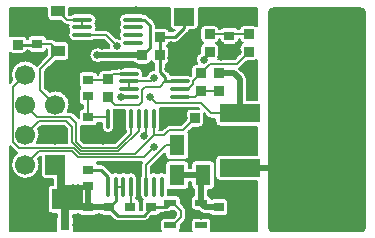
<source format=gtl>
G04 Layer: TopLayer*
G04 EasyEDA Pro v1.9.26, 2022-12-23 16:44:12*
G04 Gerber Generator version 0.3*
G04 Scale: 100 percent, Rotated: No, Reflected: No*
G04 Dimensions in millimeters*
G04 Leading zeros omitted, absolute positions, 3 integers and 3 decimals*
%FSLAX33Y33*%
%MOMM*%
%AMRoundRect*1,1,$1,$2,$3*1,1,$1,$4,$5*1,1,$1,0-$2,0-$3*1,1,$1,0-$4,0-$5*20,1,$1,$2,$3,$4,$5,0*20,1,$1,$4,$5,0-$2,0-$3,0*20,1,$1,0-$2,0-$3,0-$4,0-$5,0*20,1,$1,0-$4,0-$5,$2,$3,0*4,1,4,$2,$3,$4,$5,0-$2,0-$3,0-$4,0-$5,$2,$3,0*%
%ADD999C,0.2032*%
%ADD10C,0.0254*%
%ADD11RoundRect,0.762X-3.7465X9.144X3.7465X9.144*%
%ADD12R,3.399993X1.499997*%
%ADD13R,0.799998X0.899998*%
%ADD14O,0.343002X1.731493*%
%ADD15R,0.899998X0.799998*%
%ADD16R,0.806475X0.864006*%
%ADD17R,1.299997X1.799996*%
%ADD18R,1.3079X1.799996*%
%ADD19R,1.299997X1.799996*%
%ADD20R,0.999998X0.599999*%
%ADD21R,0.806475X0.864006*%
%ADD22R,0.864006X0.806475*%
%ADD23R,0.899998X0.799998*%
%ADD24R,0.864006X0.806475*%
%ADD25R,1.15001X0.950011*%
%ADD26R,1.699997X1.699997*%
%ADD27C,1.699997*%
%ADD28R,1.727987X1.485011*%
%ADD29R,1.485011X1.727987*%
%ADD30O,1.691996X0.364007*%
%ADD31C,0.635*%
%ADD32C,0.35052*%
%ADD33C,0.1524*%
%ADD34C,0.254*%
%ADD35C,0.508*%
G75*


G04 Copper Start*
G36*
G01X1891Y-19469D02*
G01X1891Y-12284D01*
G01X2360Y-12753D01*
G03X2495Y-12845I307J307D01*
G03X1967Y-13843I680J-998D01*
G03X3175Y-15051I1208J0D01*
G03X4383Y-13843I0J1208D01*
G03X4279Y-13353I-1208J0D01*
G01X4498Y-13134D01*
G01X4507D01*
G01Y-14693D01*
G03X4865Y-15051I358J0D01*
G01X5489D01*
G01Y-15542D01*
G01X5422D01*
G03X5064Y-15900I0J-358D01*
G01Y-17628D01*
G03X5422Y-17986I358J0D01*
G01X5866D01*
G01Y-18244D01*
G03X5784Y-18473I276J-229D01*
G01Y-19373D01*
G03X5797Y-19469I358J0D01*
G01X1891D01*
G37*
G36*
G01X1891Y-6893D02*
G01X1891Y-4363D01*
G03X2108Y-4436I217J285D01*
G01X2972D01*
G03X3321Y-4160I0J358D01*
G01X3411D01*
G03X3741Y-4379I330J138D01*
G01X4641D01*
G03X4997Y-4055I0J358D01*
G01X5036D01*
G01Y-4551D01*
G01X4138Y-5449D01*
G03X4119Y-5469I307J-307D01*
G03X3175Y-5015I-944J-754D01*
G03X1967Y-6223I0J-1208D01*
G03X2071Y-6713I1208J0D01*
G01X1891Y-6893D01*
G37*
G36*
G01X7706Y-9886D02*
G01X7304Y-9484D01*
G03X6997Y-9356I-307J-307D01*
G01X6767D01*
G03X6923Y-8763I-1052J593D01*
G03X5715Y-7555I-1208J0D01*
G03X5225Y-7659I0J-1208D01*
G01X4879Y-7313D01*
G01Y-5936D01*
G01X5750Y-5066D01*
G01X6544D01*
G03X6902Y-4707I0J358D01*
G01Y-3757D01*
G03X6544Y-3399I-358J0D01*
G01X5750D01*
G01X5665Y-3314D01*
G03X5358Y-3187I-307J-307D01*
G01X4997D01*
G03X4641Y-2863I-356J-34D01*
G01X3741D01*
G03X3384Y-3189I0J-358D01*
G01X3321D01*
G03X2972Y-2913I-349J-82D01*
G01X2108D01*
G03X1891Y-2986I0J-358D01*
G01Y-585D01*
G01X5036D01*
G01Y-1323D01*
G03X5394Y-1681I358J0D01*
G01X6188D01*
G01X6379Y-1872D01*
G03X6686Y-1999I307J307D01*
G01X6855D01*
G03X6810Y-2215I495J-216D01*
G03X6919Y-2540I540J0D01*
G03X6810Y-2865I431J-325D01*
G03X7350Y-3405I540J0D01*
G01X8678D01*
G03X8999Y-3299I0J540D01*
G01X9797D01*
G01X10249Y-3751D01*
G03X10246Y-3810I673J-59D01*
G03X10263Y-3960I676J0D01*
G01X9557D01*
G03X9271Y-3896I-286J-612D01*
G03X8595Y-4572I0J-676D01*
G03X9271Y-5248I676J0D01*
G03X9557Y-5184I0J676D01*
G01X12377D01*
G03X12686Y-5362I310J180D01*
G01X13493D01*
G03X13843Y-5079I0J358D01*
G03X14111Y-5353I350J75D01*
G01Y-5802D01*
G01X14097Y-5801D01*
G03X13433Y-6353I0J-676D01*
G01X13110D01*
G03X13155Y-6137I-495J216D01*
G03X12615Y-5597I-540J0D01*
G01X11287D01*
G03X10966Y-5703I0J-540D01*
G01X10636D01*
G03X10329Y-5830I0J-434D01*
G01X10307Y-5851D01*
G01X9728D01*
G03X9370Y-6209I0J-358D01*
G01Y-6232D01*
G01X9315D01*
G03X8959Y-5908I-356J-34D01*
G01X8059D01*
G03X7701Y-6266I0J-358D01*
G01Y-7066D01*
G03X7863Y-7366I358J0D01*
G03X7701Y-7666I196J-300D01*
G01Y-8466D01*
G03X8059Y-8824I358J0D01*
G01X8080D01*
G01Y-9083D01*
G01X8064D01*
G03X7706Y-9441I0J-358D01*
G01Y-9886D01*
G37*
G36*
G01X4153Y-12012D02*
G03X4383Y-11303I-978J709D01*
G03X4279Y-10813I-1208J0D01*
G01X4498Y-10594D01*
G01X6424D01*
G01X6678Y-10848D01*
G01Y-11938D01*
G03X6684Y-12012I434J0D01*
G01X4153D01*
G37*
G36*
G01X11206Y-3197D02*
G03X10922Y-3134I-284J-613D01*
G03X10863Y-3137I0J-676D01*
G01X10284Y-2558D01*
G03X9977Y-2431I-307J-307D01*
G01X9173D01*
G03X9218Y-2215I-495J216D01*
G03X9109Y-1890I-540J0D01*
G03X9218Y-1565I-431J325D01*
G03X8678Y-1025I-540J0D01*
G01X7350D01*
G03X7029Y-1131I0J-540D01*
G01X6902D01*
G01Y-585D01*
G01X15415D01*
G01Y-586D01*
G01Y-2071D01*
G03X15773Y-2429I358J0D01*
G01X15808D01*
G01X15674Y-2563D01*
G01X15386D01*
G03X15037Y-2287I-349J-82D01*
G01X14201D01*
G01Y-2032D01*
G03X14059Y-1689I-485J0D01*
G01X13592Y-1222D01*
G03X13249Y-1080I-343J-343D01*
G01X13208D01*
G03X12970Y-1025I-237J-485D01*
G01X11642D01*
G03X11102Y-1565I0J-540D01*
G03X11211Y-1890I540J0D01*
G03X11102Y-2215I431J-325D01*
G03X11211Y-2540I540J0D01*
G03X11102Y-2865I431J-325D01*
G03X11211Y-3190I540J0D01*
G01X11206Y-3197D01*
G37*
G36*
G01X7287Y-19469D02*
G03X7300Y-19373I-345J96D01*
G01Y-18473D01*
G03X7218Y-18244I-358J0D01*
G01Y-18073D01*
G01X7770D01*
G03X8059Y-18219I289J212D01*
G01X8959D01*
G03X9248Y-18073I0J358D01*
G01X9563D01*
G03X9840Y-18204I276J228D01*
G01X10362D01*
G01X10662Y-18504D01*
G03X11005Y-18646I343J343D01*
G01X13206D01*
G03X13549Y-18504I0J485D01*
G01X13850Y-18204D01*
G01X14291D01*
G03X14639Y-17931I0J358D01*
G01X15101D01*
G03X15444Y-17789I0J485D01*
G01X15489Y-17743D01*
G01X15732D01*
G01X15949Y-17960D01*
G01Y-18108D01*
G01X15730Y-18327D01*
G01X14962D01*
G03X14603Y-18685I0J-358D01*
G01Y-19285D01*
G03X14654Y-19469I358J0D01*
G01X7287D01*
G37*
G36*
G01X11687Y-11067D02*
G01X10742Y-12012D01*
G01X8181D01*
G01X7927Y-11758D01*
G01Y-10572D01*
G03X8064Y-10599I137J331D01*
G01X8964D01*
G03X9321Y-10275I0J358D01*
G01X9641D01*
G01Y-10655D01*
G03X10171Y-11185I530J0D01*
G03X10701Y-10655I0J530D01*
G01Y-9267D01*
G03X10694Y-9183I-530J0D01*
G03X10804Y-9197I110J420D01*
G01X11596D01*
G03X11591Y-9267I525J-70D01*
G01Y-10655D01*
G03X11687Y-10959I530J0D01*
G01Y-11067D01*
G37*
G36*
G01X13032Y-17649D02*
G01X13005Y-17676D01*
G01X12873D01*
G01Y-17045D01*
G03X12556Y-16690I-358J0D01*
G03X12651Y-16387I-435J303D01*
G01Y-14999D01*
G03X12121Y-14469I-530J0D01*
G03X11796Y-14580I0J-530D01*
G03X11471Y-14469I-325J-418D01*
G03X11146Y-14580I0J-530D01*
G03X10821Y-14469I-325J-418D01*
G03X10537Y-14551I0J-530D01*
G03X10514Y-14527I-366J-318D01*
G01X9930Y-13943D01*
G03X9587Y-13801I-343J-343D01*
G01X9312D01*
G03X9227Y-13642I-348J-85D01*
G01X13060D01*
G03X12987Y-13884I361J-242D01*
G01Y-14695D01*
G03X12891Y-14999I434J-303D01*
G01Y-16387D01*
G03X13114Y-16818I530J0D01*
G03X13032Y-17045I277J-227D01*
G01Y-17649D01*
G37*
G36*
G01X17204Y-19285D02*
G03X17255Y-19469I358J0D01*
G01X16269D01*
G03X16320Y-19285I-307J184D01*
G01Y-18966D01*
G01X16690Y-18595D01*
G03X16817Y-18288I-307J307D01*
G01Y-17780D01*
G03X16690Y-17473I-434J0D01*
G01X16320Y-17102D01*
G01Y-16785D01*
G03X15962Y-16427I-358J0D01*
G01X15249D01*
G03X15251Y-16387I-528J40D01*
G01Y-15960D01*
G03X15395Y-15990I144J328D01*
G01X16695D01*
G03X17053Y-15632I0J358D01*
G01Y-15344D01*
G01X17237D01*
G01Y-15632D01*
G03X17450Y-15959I358J0D01*
G01Y-16445D01*
G03X17204Y-16785I112J-340D01*
G01Y-17385D01*
G03X17562Y-17743I358J0D01*
G01X17854D01*
G01X17990Y-17878D01*
G03X18422Y-18058I433J433D01*
G01X18817D01*
G03X19106Y-18204I289J212D01*
G01X20006D01*
G03X20364Y-17845I0J358D01*
G01Y-17045D01*
G03X20006Y-16687I-358J0D01*
G01X19106D01*
G03X18917Y-16741I0J-358D01*
G03X18674Y-16445I-355J-44D01*
G01Y-15990D01*
G01X18895D01*
G03X19253Y-15632I0J358D01*
G01Y-13832D01*
G03X18895Y-13474I-358J0D01*
G01X17595D01*
G03X17237Y-13832I0J-358D01*
G01Y-14120D01*
G01X17053D01*
G01Y-13832D01*
G03X16695Y-13474I-358J0D01*
G01X15395D01*
G03X15037Y-13832I0J-358D01*
G01Y-14573D01*
G03X14721Y-14469I-316J-425D01*
G03X14396Y-14580I0J-530D01*
G03X14071Y-14469I-325J-418D01*
G03X13855Y-14515I0J-530D01*
G01Y-14064D01*
G01X15037Y-12882D01*
G01Y-13092D01*
G03X15395Y-13450I358J0D01*
G01X16695D01*
G03X17053Y-13092I0J358D01*
G01Y-11292D01*
G03X16972Y-11065I-358J0D01*
G01X17341Y-10696D01*
G01X17921D01*
G03X18279Y-10338I0J358D01*
G01Y-9495D01*
G01X18597Y-9813D01*
G03X18904Y-9940I307J307D01*
G01X19278D01*
G01Y-10256D01*
G03X19636Y-10614I358J0D01*
G01X22758D01*
G01Y-13008D01*
G01X19636D01*
G03X19278Y-13366I0J-358D01*
G01Y-14866D01*
G03X19636Y-15224I358J0D01*
G01X22758D01*
G01Y-19469D01*
G01X18869D01*
G03X18920Y-19285I-307J184D01*
G01Y-18685D01*
G03X18562Y-18327I-358J0D01*
G01X17562D01*
G03X17204Y-18685I0J-358D01*
G01Y-19285D01*
G37*
G36*
G01X15060Y-10615D02*
G01X14756Y-10919D01*
G01X14530D01*
G03X14601Y-10655I-459J264D01*
G01Y-9267D01*
G03X14563Y-9070I-530J0D01*
G01X17854D01*
G01X17900Y-9116D01*
G01X17114D01*
G03X16756Y-9474I0J-358D01*
G01Y-10053D01*
G01X16321Y-10488D01*
G01X15367D01*
G03X15060Y-10615I0J-434D01*
G37*
G36*
G01X17195Y-6330D02*
G03X16907Y-6247I-288J-457D01*
G01X15579D01*
G03X15502Y-6252I0J-540D01*
G03X15385Y-6063I-460J-154D01*
G01X15082Y-5759D01*
G01Y-5353D01*
G03X15358Y-5004I-82J349D01*
G01Y-4140D01*
G03X15115Y-3801I-358J0D01*
G03X15386Y-3533I-78J350D01*
G01X15875D01*
G03X16218Y-3391I0J485D01*
G01X16980Y-2629D01*
G03X17101Y-2429I-343J343D01*
G01X17501D01*
G03X17859Y-2071I0J358D01*
G01Y-586D01*
G01Y-585D01*
G01X22758D01*
G01Y-2124D01*
G03X22530Y-2041I-228J-276D01*
G01X21666D01*
G03X21309Y-2368I0J-358D01*
G01X21225D01*
G03X20897Y-2154I-328J-143D01*
G01X19997D01*
G03X19669Y-2368I0J-358D01*
G01X19585D01*
G03X19228Y-2041I-357J-31D01*
G01X18364D01*
G03X18006Y-2399I0J-358D01*
G01Y-3206D01*
G03X18289Y-3556I358J0D01*
G03X18006Y-3906I75J-350D01*
G01Y-4339D01*
G03X17612Y-4953I282J-614D01*
G03X17736Y-5343I676J0D01*
G01X17602D01*
G03X17244Y-5701I0J-358D01*
G01Y-6281D01*
G01X17195Y-6330D01*
G37*
G36*
G01X19533Y-4900D02*
G03X19586Y-4713I-305J187D01*
G01Y-3906D01*
G03X19303Y-3556I-358J0D01*
G03X19585Y-3237I-75J350D01*
G01X19639D01*
G01Y-3312D01*
G03X19997Y-3670I358J0D01*
G01X20897D01*
G03X21255Y-3312I0J358D01*
G01Y-3237D01*
G01X21309D01*
G03X21591Y-3556I357J31D01*
G03X21308Y-3906I75J-350D01*
G01Y-4485D01*
G01X20893Y-4900D01*
G01X19533D01*
G37*
G36*
G01X22758Y-4988D02*
G01X22758Y-8398D01*
G01X21948D01*
G01Y-6604D01*
G03X21769Y-6171I-612J0D01*
G01X21301Y-5704D01*
G03X21380Y-5641I-228J370D01*
G01X21951Y-5071D01*
G01X22530D01*
G03X22758Y-4988I0J358D01*
G37*
G54D999*
G01X1891Y-19469D02*
G01X1891Y-12284D01*
G01X2360Y-12753D01*
G03X2495Y-12845I307J307D01*
G03X1967Y-13843I680J-998D01*
G03X3175Y-15051I1208J0D01*
G03X4383Y-13843I0J1208D01*
G03X4279Y-13353I-1208J0D01*
G01X4498Y-13134D01*
G01X4507D01*
G01Y-14693D01*
G03X4865Y-15051I358J0D01*
G01X5489D01*
G01Y-15542D01*
G01X5422D01*
G03X5064Y-15900I0J-358D01*
G01Y-17628D01*
G03X5422Y-17986I358J0D01*
G01X5866D01*
G01Y-18244D01*
G03X5784Y-18473I276J-229D01*
G01Y-19373D01*
G03X5797Y-19469I358J0D01*
G01X1891D01*
G01X1891Y-6893D02*
G01X1891Y-4363D01*
G03X2108Y-4436I217J285D01*
G01X2972D01*
G03X3321Y-4160I0J358D01*
G01X3411D01*
G03X3741Y-4379I330J138D01*
G01X4641D01*
G03X4997Y-4055I0J358D01*
G01X5036D01*
G01Y-4551D01*
G01X4138Y-5449D01*
G03X4119Y-5469I307J-307D01*
G03X3175Y-5015I-944J-754D01*
G03X1967Y-6223I0J-1208D01*
G03X2071Y-6713I1208J0D01*
G01X1891Y-6893D01*
G01X7706Y-9886D02*
G01X7304Y-9484D01*
G03X6997Y-9356I-307J-307D01*
G01X6767D01*
G03X6923Y-8763I-1052J593D01*
G03X5715Y-7555I-1208J0D01*
G03X5225Y-7659I0J-1208D01*
G01X4879Y-7313D01*
G01Y-5936D01*
G01X5750Y-5066D01*
G01X6544D01*
G03X6902Y-4707I0J358D01*
G01Y-3757D01*
G03X6544Y-3399I-358J0D01*
G01X5750D01*
G01X5665Y-3314D01*
G03X5358Y-3187I-307J-307D01*
G01X4997D01*
G03X4641Y-2863I-356J-34D01*
G01X3741D01*
G03X3384Y-3189I0J-358D01*
G01X3321D01*
G03X2972Y-2913I-349J-82D01*
G01X2108D01*
G03X1891Y-2986I0J-358D01*
G01Y-585D01*
G01X5036D01*
G01Y-1323D01*
G03X5394Y-1681I358J0D01*
G01X6188D01*
G01X6379Y-1872D01*
G03X6686Y-1999I307J307D01*
G01X6855D01*
G03X6810Y-2215I495J-216D01*
G03X6919Y-2540I540J0D01*
G03X6810Y-2865I431J-325D01*
G03X7350Y-3405I540J0D01*
G01X8678D01*
G03X8999Y-3299I0J540D01*
G01X9797D01*
G01X10249Y-3751D01*
G03X10246Y-3810I673J-59D01*
G03X10263Y-3960I676J0D01*
G01X9557D01*
G03X9271Y-3896I-286J-612D01*
G03X8595Y-4572I0J-676D01*
G03X9271Y-5248I676J0D01*
G03X9557Y-5184I0J676D01*
G01X12377D01*
G03X12686Y-5362I310J180D01*
G01X13493D01*
G03X13843Y-5079I0J358D01*
G03X14111Y-5353I350J75D01*
G01Y-5802D01*
G01X14097Y-5801D01*
G03X13433Y-6353I0J-676D01*
G01X13110D01*
G03X13155Y-6137I-495J216D01*
G03X12615Y-5597I-540J0D01*
G01X11287D01*
G03X10966Y-5703I0J-540D01*
G01X10636D01*
G03X10329Y-5830I0J-434D01*
G01X10307Y-5851D01*
G01X9728D01*
G03X9370Y-6209I0J-358D01*
G01Y-6232D01*
G01X9315D01*
G03X8959Y-5908I-356J-34D01*
G01X8059D01*
G03X7701Y-6266I0J-358D01*
G01Y-7066D01*
G03X7863Y-7366I358J0D01*
G03X7701Y-7666I196J-300D01*
G01Y-8466D01*
G03X8059Y-8824I358J0D01*
G01X8080D01*
G01Y-9083D01*
G01X8064D01*
G03X7706Y-9441I0J-358D01*
G01Y-9886D01*
G01X4153Y-12012D02*
G03X4383Y-11303I-978J709D01*
G03X4279Y-10813I-1208J0D01*
G01X4498Y-10594D01*
G01X6424D01*
G01X6678Y-10848D01*
G01Y-11938D01*
G03X6684Y-12012I434J0D01*
G01X4153D01*
G01X11206Y-3197D02*
G03X10922Y-3134I-284J-613D01*
G03X10863Y-3137I0J-676D01*
G01X10284Y-2558D01*
G03X9977Y-2431I-307J-307D01*
G01X9173D01*
G03X9218Y-2215I-495J216D01*
G03X9109Y-1890I-540J0D01*
G03X9218Y-1565I-431J325D01*
G03X8678Y-1025I-540J0D01*
G01X7350D01*
G03X7029Y-1131I0J-540D01*
G01X6902D01*
G01Y-585D01*
G01X15415D01*
G01Y-586D01*
G01Y-2071D01*
G03X15773Y-2429I358J0D01*
G01X15808D01*
G01X15674Y-2563D01*
G01X15386D01*
G03X15037Y-2287I-349J-82D01*
G01X14201D01*
G01Y-2032D01*
G03X14059Y-1689I-485J0D01*
G01X13592Y-1222D01*
G03X13249Y-1080I-343J-343D01*
G01X13208D01*
G03X12970Y-1025I-237J-485D01*
G01X11642D01*
G03X11102Y-1565I0J-540D01*
G03X11211Y-1890I540J0D01*
G03X11102Y-2215I431J-325D01*
G03X11211Y-2540I540J0D01*
G03X11102Y-2865I431J-325D01*
G03X11211Y-3190I540J0D01*
G01X11206Y-3197D01*
G01X7287Y-19469D02*
G03X7300Y-19373I-345J96D01*
G01Y-18473D01*
G03X7218Y-18244I-358J0D01*
G01Y-18073D01*
G01X7770D01*
G03X8059Y-18219I289J212D01*
G01X8959D01*
G03X9248Y-18073I0J358D01*
G01X9563D01*
G03X9840Y-18204I276J228D01*
G01X10362D01*
G01X10662Y-18504D01*
G03X11005Y-18646I343J343D01*
G01X13206D01*
G03X13549Y-18504I0J485D01*
G01X13850Y-18204D01*
G01X14291D01*
G03X14639Y-17931I0J358D01*
G01X15101D01*
G03X15444Y-17789I0J485D01*
G01X15489Y-17743D01*
G01X15732D01*
G01X15949Y-17960D01*
G01Y-18108D01*
G01X15730Y-18327D01*
G01X14962D01*
G03X14603Y-18685I0J-358D01*
G01Y-19285D01*
G03X14654Y-19469I358J0D01*
G01X7287D01*
G01X11687Y-11067D02*
G01X10742Y-12012D01*
G01X8181D01*
G01X7927Y-11758D01*
G01Y-10572D01*
G03X8064Y-10599I137J331D01*
G01X8964D01*
G03X9321Y-10275I0J358D01*
G01X9641D01*
G01Y-10655D01*
G03X10171Y-11185I530J0D01*
G03X10701Y-10655I0J530D01*
G01Y-9267D01*
G03X10694Y-9183I-530J0D01*
G03X10804Y-9197I110J420D01*
G01X11596D01*
G03X11591Y-9267I525J-70D01*
G01Y-10655D01*
G03X11687Y-10959I530J0D01*
G01Y-11067D01*
G01X13032Y-17649D02*
G01X13005Y-17676D01*
G01X12873D01*
G01Y-17045D01*
G03X12556Y-16690I-358J0D01*
G03X12651Y-16387I-435J303D01*
G01Y-14999D01*
G03X12121Y-14469I-530J0D01*
G03X11796Y-14580I0J-530D01*
G03X11471Y-14469I-325J-418D01*
G03X11146Y-14580I0J-530D01*
G03X10821Y-14469I-325J-418D01*
G03X10537Y-14551I0J-530D01*
G03X10514Y-14527I-366J-318D01*
G01X9930Y-13943D01*
G03X9587Y-13801I-343J-343D01*
G01X9312D01*
G03X9227Y-13642I-348J-85D01*
G01X13060D01*
G03X12987Y-13884I361J-242D01*
G01Y-14695D01*
G03X12891Y-14999I434J-303D01*
G01Y-16387D01*
G03X13114Y-16818I530J0D01*
G03X13032Y-17045I277J-227D01*
G01Y-17649D01*
G01X17204Y-19285D02*
G03X17255Y-19469I358J0D01*
G01X16269D01*
G03X16320Y-19285I-307J184D01*
G01Y-18966D01*
G01X16690Y-18595D01*
G03X16817Y-18288I-307J307D01*
G01Y-17780D01*
G03X16690Y-17473I-434J0D01*
G01X16320Y-17102D01*
G01Y-16785D01*
G03X15962Y-16427I-358J0D01*
G01X15249D01*
G03X15251Y-16387I-528J40D01*
G01Y-15960D01*
G03X15395Y-15990I144J328D01*
G01X16695D01*
G03X17053Y-15632I0J358D01*
G01Y-15344D01*
G01X17237D01*
G01Y-15632D01*
G03X17450Y-15959I358J0D01*
G01Y-16445D01*
G03X17204Y-16785I112J-340D01*
G01Y-17385D01*
G03X17562Y-17743I358J0D01*
G01X17854D01*
G01X17990Y-17878D01*
G03X18422Y-18058I433J433D01*
G01X18817D01*
G03X19106Y-18204I289J212D01*
G01X20006D01*
G03X20364Y-17845I0J358D01*
G01Y-17045D01*
G03X20006Y-16687I-358J0D01*
G01X19106D01*
G03X18917Y-16741I0J-358D01*
G03X18674Y-16445I-355J-44D01*
G01Y-15990D01*
G01X18895D01*
G03X19253Y-15632I0J358D01*
G01Y-13832D01*
G03X18895Y-13474I-358J0D01*
G01X17595D01*
G03X17237Y-13832I0J-358D01*
G01Y-14120D01*
G01X17053D01*
G01Y-13832D01*
G03X16695Y-13474I-358J0D01*
G01X15395D01*
G03X15037Y-13832I0J-358D01*
G01Y-14573D01*
G03X14721Y-14469I-316J-425D01*
G03X14396Y-14580I0J-530D01*
G03X14071Y-14469I-325J-418D01*
G03X13855Y-14515I0J-530D01*
G01Y-14064D01*
G01X15037Y-12882D01*
G01Y-13092D01*
G03X15395Y-13450I358J0D01*
G01X16695D01*
G03X17053Y-13092I0J358D01*
G01Y-11292D01*
G03X16972Y-11065I-358J0D01*
G01X17341Y-10696D01*
G01X17921D01*
G03X18279Y-10338I0J358D01*
G01Y-9495D01*
G01X18597Y-9813D01*
G03X18904Y-9940I307J307D01*
G01X19278D01*
G01Y-10256D01*
G03X19636Y-10614I358J0D01*
G01X22758D01*
G01Y-13008D01*
G01X19636D01*
G03X19278Y-13366I0J-358D01*
G01Y-14866D01*
G03X19636Y-15224I358J0D01*
G01X22758D01*
G01Y-19469D01*
G01X18869D01*
G03X18920Y-19285I-307J184D01*
G01Y-18685D01*
G03X18562Y-18327I-358J0D01*
G01X17562D01*
G03X17204Y-18685I0J-358D01*
G01Y-19285D01*
G01X15060Y-10615D02*
G01X14756Y-10919D01*
G01X14530D01*
G03X14601Y-10655I-459J264D01*
G01Y-9267D01*
G03X14563Y-9070I-530J0D01*
G01X17854D01*
G01X17900Y-9116D01*
G01X17114D01*
G03X16756Y-9474I0J-358D01*
G01Y-10053D01*
G01X16321Y-10488D01*
G01X15367D01*
G03X15060Y-10615I0J-434D01*
G01X17195Y-6330D02*
G03X16907Y-6247I-288J-457D01*
G01X15579D01*
G03X15502Y-6252I0J-540D01*
G03X15385Y-6063I-460J-154D01*
G01X15082Y-5759D01*
G01Y-5353D01*
G03X15358Y-5004I-82J349D01*
G01Y-4140D01*
G03X15115Y-3801I-358J0D01*
G03X15386Y-3533I-78J350D01*
G01X15875D01*
G03X16218Y-3391I0J485D01*
G01X16980Y-2629D01*
G03X17101Y-2429I-343J343D01*
G01X17501D01*
G03X17859Y-2071I0J358D01*
G01Y-586D01*
G01Y-585D01*
G01X22758D01*
G01Y-2124D01*
G03X22530Y-2041I-228J-276D01*
G01X21666D01*
G03X21309Y-2368I0J-358D01*
G01X21225D01*
G03X20897Y-2154I-328J-143D01*
G01X19997D01*
G03X19669Y-2368I0J-358D01*
G01X19585D01*
G03X19228Y-2041I-357J-31D01*
G01X18364D01*
G03X18006Y-2399I0J-358D01*
G01Y-3206D01*
G03X18289Y-3556I358J0D01*
G03X18006Y-3906I75J-350D01*
G01Y-4339D01*
G03X17612Y-4953I282J-614D01*
G03X17736Y-5343I676J0D01*
G01X17602D01*
G03X17244Y-5701I0J-358D01*
G01Y-6281D01*
G01X17195Y-6330D01*
G01X19533Y-4900D02*
G03X19586Y-4713I-305J187D01*
G01Y-3906D01*
G03X19303Y-3556I-358J0D01*
G03X19585Y-3237I-75J350D01*
G01X19639D01*
G01Y-3312D01*
G03X19997Y-3670I358J0D01*
G01X20897D01*
G03X21255Y-3312I0J358D01*
G01Y-3237D01*
G01X21309D01*
G03X21591Y-3556I357J31D01*
G03X21308Y-3906I75J-350D01*
G01Y-4485D01*
G01X20893Y-4900D01*
G01X19533D01*
G01X22758Y-4988D02*
G01X22758Y-8398D01*
G01X21948D01*
G01Y-6604D01*
G03X21769Y-6171I-612J0D01*
G01X21301Y-5704D01*
G03X21380Y-5641I-228J370D01*
G01X21951Y-5071D01*
G01X22530D01*
G03X22758Y-4988I0J358D01*
G04 Copper End*

G04 PolygonModel Start*
G36*
G01X6165Y-15555D02*
G01X7965Y-15555D01*
G01Y-17461D01*
G01X6862D01*
G01X6165Y-16764D01*
G01Y-15555D01*
G37*
G54D10*
G01X6165Y-15555D02*
G01X7965Y-15555D01*
G01Y-17461D01*
G01X6862D01*
G01X6165Y-16764D01*
G01Y-15555D01*
G04 PolygonModel End*

G04 Pad Start*
G54D11*
G01X27877Y-10033D03*
G54D12*
G01X21336Y-9506D03*
G01X21336Y-14116D03*
G54D13*
G01X6542Y-18923D03*
G01X5142Y-18923D03*
G54D14*
G01X10171Y-15693D03*
G01X10821Y-15693D03*
G01X11471Y-15693D03*
G01X12121Y-15693D03*
G01X12771Y-15693D03*
G01X13421Y-15693D03*
G01X14071Y-15693D03*
G01X14721Y-15693D03*
G01X10171Y-9961D03*
G01X10821Y-9961D03*
G01X11471Y-9961D03*
G01X12121Y-9961D03*
G01X12771Y-9961D03*
G01X13421Y-9961D03*
G01X14071Y-9961D03*
G01X14721Y-9961D03*
G54D15*
G01X8514Y-14286D03*
G01X8514Y-15686D03*
G01X10290Y-17445D03*
G01X10290Y-18846D03*
G01X12065Y-17445D03*
G01X12065Y-18846D03*
G01X8514Y-9841D03*
G01X8514Y-11241D03*
G54D16*
G01X17517Y-9906D03*
G01X16011Y-9906D03*
G54D17*
G01X16045Y-14732D03*
G54D19*
G01X16045Y-12192D03*
G54D17*
G01X18245Y-12192D03*
G01X18245Y-14732D03*
G54D20*
G01X18062Y-17085D03*
G01X18062Y-18985D03*
G01X15462Y-18985D03*
G01X15462Y-18035D03*
G01X15462Y-17085D03*
G54D15*
G01X19556Y-17445D03*
G01X19556Y-18846D03*
G01X13841Y-17445D03*
G01X13841Y-18846D03*
G54D21*
G01X13090Y-4572D03*
G01X14596Y-4572D03*
G54D22*
G01X14605Y-3048D03*
G01X14605Y-1541D03*
G54D23*
G01X8509Y-8066D03*
G01X8509Y-6666D03*
G54D24*
G01X10160Y-6613D03*
G01X10160Y-8119D03*
G01X18796Y-2803D03*
G01X18796Y-4309D03*
G54D22*
G01X22098Y-4309D03*
G01X22098Y-2803D03*
G01X18034Y-7611D03*
G01X18034Y-6105D03*
G54D24*
G01X19558Y-6105D03*
G01X19558Y-7611D03*
G54D25*
G01X5969Y-848D03*
G01X5969Y-4232D03*
G54D22*
G01X2540Y-3674D03*
G01X2540Y-2168D03*
G54D23*
G01X4191Y-3621D03*
G01X4191Y-2221D03*
G54D26*
G01X5715Y-13843D03*
G54D27*
G01X3175Y-13843D03*
G01X5715Y-11303D03*
G01X3175Y-11303D03*
G01X5715Y-8763D03*
G01X3175Y-8763D03*
G01X5715Y-6223D03*
G01X3175Y-6223D03*
G54D23*
G01X8509Y-18861D03*
G01X8509Y-17461D03*
G54D28*
G01X16637Y-1328D03*
G01X16637Y-4514D03*
G54D29*
G01X6165Y-16764D03*
G01X2979Y-16764D03*
G54D30*
G01X16243Y-8087D03*
G01X16243Y-7437D03*
G01X16243Y-6787D03*
G01X16243Y-6137D03*
G01X11951Y-8087D03*
G01X11951Y-7437D03*
G01X11951Y-6787D03*
G01X11951Y-6137D03*
G01X8014Y-1565D03*
G01X8014Y-2215D03*
G01X8014Y-2865D03*
G01X8014Y-3515D03*
G01X12306Y-1565D03*
G01X12306Y-2215D03*
G01X12306Y-2865D03*
G01X12306Y-3515D03*
G54D15*
G01X20447Y-2912D03*
G01X20447Y-4312D03*
G04 Pad End*

G04 Via Start*
G54D31*
G01X14097Y-6477D03*
G01X18288Y-4953D03*
G01X13716Y-8128D03*
G01X10922Y-3810D03*
G01X14097Y-12319D03*
G01X13208Y-11430D03*
G01X7239Y-16235D03*
G01X7239Y-16637D03*
G01X7239Y-15833D03*
G01X7620Y-15833D03*
G01X7620Y-16235D03*
G01X7620Y-16637D03*
G01X9271Y-4572D03*
G01X11303Y-8128D03*
G01X2667Y-889D03*
G01X4191Y-1016D03*
G01X9779Y-2159D03*
G01X10795Y-2540D03*
G01X12573Y-762D03*
G01X13589Y-889D03*
G01X18669Y-1778D03*
G01X20447Y-1778D03*
G01X22352Y-1651D03*
G01X21336Y-1016D03*
G01X19558Y-1016D03*
G01X22098Y-5588D03*
G01X22352Y-7366D03*
G01X19812Y-12446D03*
G01X19685Y-11049D03*
G01X21082Y-11684D03*
G01X22352Y-10922D03*
G01X22352Y-12573D03*
G01X19558Y-16256D03*
G01X21082Y-16002D03*
G01X22352Y-16891D03*
G01X21209Y-17399D03*
G01X21082Y-18796D03*
G01X22225Y-18161D03*
G01X16762Y-16885D03*
G01X16891Y-19177D03*
G01X18034Y-18161D03*
G01X4064Y-18923D03*
G01X2540Y-18923D03*
G01X3302Y-18415D03*
G01X4572Y-17499D03*
G01X4699Y-15875D03*
G01X6604Y-7493D03*
G01X9017Y-5715D03*
G01X10033Y-5461D03*
G01X11303Y-5461D03*
G01X13462Y-5842D03*
G01X2286Y-4699D03*
G01X3429Y-4699D03*
G01X4318Y-4699D03*
G01X7493Y-4699D03*
G01X9652Y-3810D03*
G01X11049Y-14097D03*
G01X12319Y-14097D03*
G01X14605Y-13970D03*
G01X7494Y-18920D03*
G01X9398Y-18923D03*
G01X11176Y-18923D03*
G01X12954Y-18923D03*
G01X14545Y-18275D03*
G01X7620Y-18288D03*
G01X9398Y-18288D03*
G01X15240Y-9906D03*
G01X16637Y-9271D03*
G01X16637Y-9906D03*
G01X15240Y-9398D03*
G01X11176Y-11049D03*
G01X10668Y-11557D03*
G01X9779Y-11811D03*
G01X9398Y-11049D03*
G01X9219Y-11637D03*
G01X17145Y-3302D03*
G01X17653Y-2667D03*
G01X17780Y-3429D03*
G01X15494Y-3683D03*
G01X15494Y-4826D03*
G01X15240Y-5715D03*
G01X16256Y-5588D03*
G01X16891Y-5461D03*
G01X19732Y-3736D03*
G01X21151Y-3743D03*
G01X19732Y-4707D03*
G01X21151Y-4307D03*
G54D32*
G01X24765Y-17907D03*
G01X26765Y-17907D03*
G01X28765Y-17907D03*
G01X30765Y-17907D03*
G01X24765Y-15907D03*
G01X26765Y-15907D03*
G01X28765Y-15907D03*
G01X30765Y-15907D03*
G01X24765Y-13907D03*
G01X26765Y-13907D03*
G01X28765Y-13907D03*
G01X30765Y-13907D03*
G01X24765Y-11907D03*
G01X26765Y-11907D03*
G01X28765Y-11907D03*
G01X30765Y-11907D03*
G01X24765Y-9907D03*
G01X26765Y-9907D03*
G01X28765Y-9907D03*
G01X30765Y-9907D03*
G01X24765Y-7907D03*
G01X26765Y-7907D03*
G01X28765Y-7907D03*
G01X30765Y-7907D03*
G01X24765Y-5907D03*
G01X26765Y-5907D03*
G01X28765Y-5907D03*
G01X30765Y-5907D03*
G01X24765Y-3907D03*
G01X26765Y-3907D03*
G01X28765Y-3907D03*
G01X30765Y-3907D03*
G01X24765Y-1907D03*
G01X26765Y-1907D03*
G01X28765Y-1907D03*
G01X30765Y-1907D03*
G04 Via End*

G04 Track Start*
G54D33*
G01X12121Y-15693D02*
G01X12121Y-17389D01*
G01X12065Y-17445D01*
G54D34*
G01X10821Y-15693D02*
G01X10821Y-16914D01*
G54D35*
G01X8509Y-17461D02*
G01X10274Y-17461D01*
G01X8509Y-17461D02*
G01X8509Y-15691D01*
G01X8514Y-15686D01*
G54D34*
G01X10171Y-15693D02*
G01X10171Y-14870D01*
G01X9587Y-14286D01*
G01X8514D01*
G01X10290Y-17445D02*
G01X11005Y-18161D01*
G01X10274Y-17461D02*
G01X10290Y-17445D01*
G01X10821Y-16914D01*
G01X11005Y-18161D02*
G01X13206Y-18161D01*
G54D33*
G01X15686Y-18985D02*
G01X15462Y-18985D01*
G01X15462Y-17085D02*
G01X15688Y-17085D01*
G01X16383Y-17780D01*
G01Y-18288D01*
G01X15686Y-18985D01*
G54D34*
G01X13206Y-18161D02*
G01X13902Y-17466D01*
G01X15101Y-17445D02*
G01X15462Y-17085D01*
G01X13841Y-17445D02*
G01X15101Y-17445D01*
G54D35*
G01X18062Y-17085D02*
G01X18062Y-14661D01*
G01X18245Y-14478D01*
G01X18062Y-17085D02*
G01X18422Y-17445D01*
G01X19556D01*
G54D31*
G01X5715Y-13843D02*
G01X6165Y-14293D01*
G01Y-16764D01*
G01X6542Y-18923D02*
G01X6542Y-17141D01*
G01X6165Y-16764D01*
G54D33*
G01X13421Y-15693D02*
G01X13421Y-13884D01*
G01X15113Y-12192D01*
G01X16045D01*
G54D35*
G01X16045Y-14732D02*
G01X17991Y-14732D01*
G54D33*
G01X18796Y-2803D02*
G01X22098Y-2803D01*
G01X16243Y-8087D02*
G01X17558Y-8087D01*
G01X18034Y-7611D01*
G01X19558D01*
G54D34*
G01X14596Y-4572D02*
G01X14605Y-4563D01*
G01Y-3048D01*
G01X16637Y-1328D02*
G01X16637Y-2286D01*
G01X15875Y-3048D01*
G01X14605D01*
G01X13716Y-3946D02*
G01X13090Y-4572D01*
G01X12306Y-1565D02*
G01X13249Y-1565D01*
G01X13716Y-2032D01*
G01Y-3946D01*
G54D33*
G01X16243Y-7437D02*
G01X16947Y-7437D01*
G01X17399Y-6985D01*
G01Y-6740D01*
G01X18034Y-6105D01*
G54D34*
G01X2540Y-3674D02*
G01X4138Y-3674D01*
G01X4191Y-3621D01*
G54D33*
G01X5969Y-848D02*
G01X6686Y-1565D01*
G01X8014D01*
G01Y-2215D01*
G01X4191Y-3621D02*
G01X5358Y-3621D01*
G01X5969Y-4232D01*
G01X4445Y-5756D01*
G01X4445Y-7493D02*
G01X5715Y-8763D01*
G01X4445Y-5756D02*
G01X4445Y-7493D01*
G01X8514Y-9841D02*
G01X8514Y-8071D01*
G01X8509Y-8066D01*
G01X8514Y-9841D02*
G01X10051Y-9841D01*
G01X10171Y-9961D01*
G01X8509Y-6666D02*
G01X10107Y-6666D01*
G01X10160Y-6613D01*
G01X11951Y-6137D02*
G01X10636Y-6137D01*
G01X10160Y-6613D01*
G01X12121Y-11247D02*
G01X12121Y-9961D01*
G01X14071Y-11353D02*
G01X14071Y-9961D01*
G01X14936Y-11353D02*
G01X15367Y-10922D01*
G01X16501D01*
G01X17517Y-9906D01*
G01X11951Y-6787D02*
G01X11951Y-7437D01*
G01X18034Y-6105D02*
G01X18805Y-5334D01*
G01X21073Y-5334D02*
G01X22098Y-4309D01*
G01X18805Y-5334D02*
G01X21073Y-5334D01*
G01X11951Y-6787D02*
G01X13787Y-6787D01*
G01X14097Y-6477D01*
G54D35*
G01X19558Y-6105D02*
G01X20837Y-6105D01*
G01X21336Y-6604D01*
G01Y-9506D01*
G54D33*
G01X18904Y-9506D01*
G01X8014Y-2865D02*
G01X9977Y-2865D01*
G01X10922Y-3810D01*
G01X10160Y-8119D02*
G01X10804Y-8763D01*
G01X12827D01*
G01X14590Y-7239D02*
G01X15042Y-6787D01*
G01X12827Y-8763D02*
G01X13081Y-8509D01*
G01X7493Y-10287D02*
G01X7493Y-11938D01*
G01X3175Y-8763D02*
G01X4203Y-9791D01*
G01X6997D01*
G01X7493Y-10287D01*
G01X7112Y-11938D02*
G01X7112Y-10668D01*
G01X4318Y-10160D02*
G01X3175Y-11303D01*
G01X7112Y-10668D02*
G01X6604Y-10160D01*
G01X4318D01*
G01X7874Y-12700D02*
G01X7112Y-11938D01*
G01X7493Y-11938D02*
G01X8001Y-12446D01*
G01X10922D01*
G01X12121Y-11247D01*
G01X12771Y-9961D02*
G01X12771Y-10956D01*
G01X11027Y-12700D01*
G01X7874D01*
G01X3175Y-13843D02*
G01X4318Y-12700D01*
G01X7112D01*
G01X7620Y-13208D01*
G54D35*
G01X6862Y-17461D02*
G01X8509Y-17461D01*
G01X6542Y-17141D02*
G01X6862Y-17461D01*
G01X13090Y-4572D02*
G01X9271Y-4572D01*
G54D33*
G01X10821Y-15693D02*
G01X11471Y-15693D01*
G01X18288Y-4953D02*
G01X18796Y-4445D01*
G01Y-4309D01*
G01X11303Y-8128D02*
G01X11910Y-8128D01*
G01X11951Y-8087D01*
G01X14097Y-12319D02*
G01X13208Y-13208D01*
G01X7620D01*
G01X14071Y-11353D02*
G01X14936Y-11353D01*
G01X14071Y-11353D02*
G01X12470Y-12954D01*
G01X7769D01*
G01X7261Y-12446D01*
G01X2667D01*
G01X2117Y-11896D01*
G01Y-7281D01*
G01X3175Y-6223D01*
G01X13208Y-11430D02*
G01X13421Y-11217D01*
G01Y-9961D01*
G01X18904Y-9506D02*
G01X18034Y-8636D01*
G01X13335Y-7239D02*
G01X14590Y-7239D01*
G01X13081Y-7493D02*
G01X13335Y-7239D01*
G01X13081Y-8509D02*
G01X13081Y-7493D01*
G01X13716Y-8128D02*
G01X14224Y-8636D01*
G01X18034D01*
G54D34*
G01X15042Y-6787D02*
G01X15042Y-6406D01*
G01X14596Y-5960D01*
G01Y-4572D01*
G01X15042Y-6787D02*
G01X16243Y-6787D01*
G54D35*
G01X28702Y-10414D02*
G01X25000Y-14116D01*
G01X21336Y-14116D02*
G01X25000Y-14116D01*
G04 Track End*

M02*

</source>
